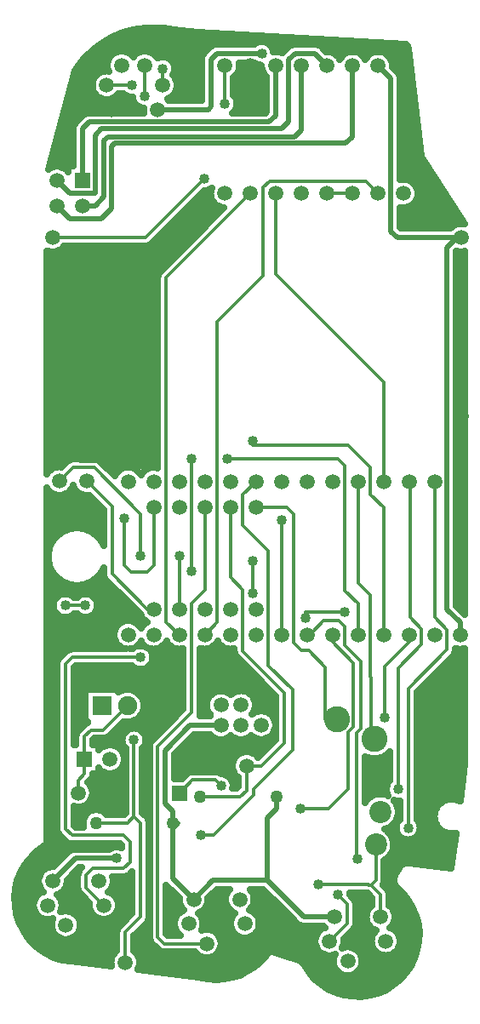
<source format=gbr>
G04 DipTrace 3.2.0.1*
G04 Bottom.gbr*
%MOIN*%
G04 #@! TF.FileFunction,Copper,L2,Bot*
G04 #@! TF.Part,Single*
%AMOUTLINE0*
4,1,4,
-0.025131,0.033349,
0.033349,0.025131,
0.025131,-0.033349,
-0.033349,-0.025131,
-0.025131,0.033349,
0*%
G04 #@! TA.AperFunction,Conductor*
%ADD13C,0.012992*%
%ADD14C,0.02*%
G04 #@! TA.AperFunction,CopperBalancing*
%ADD15C,0.025*%
G04 #@! TA.AperFunction,ComponentPad*
%ADD18C,0.059055*%
%ADD19R,0.052X0.079*%
%ADD20C,0.102362*%
%ADD21C,0.086614*%
%ADD22C,0.090551*%
%ADD23R,0.059055X0.059055*%
%ADD24C,0.059055*%
%ADD25R,0.074803X0.074803*%
%ADD26C,0.074803*%
%ADD27C,0.05*%
%ADD28C,0.05*%
G04 #@! TA.AperFunction,ViaPad*
%ADD29C,0.04*%
G04 #@! TA.AperFunction,ComponentPad*
%ADD67OUTLINE0*%
%FSLAX26Y26*%
G04*
G70*
G90*
G75*
G01*
G04 Bottom*
%LPD*%
X1081241Y1232000D2*
D13*
X1131268Y1282028D1*
X1221678D1*
X1243217Y1260488D1*
X1849241Y1029000D2*
Y891138D1*
X1829753Y871650D1*
X1868241Y833162D1*
Y746000D1*
X1829753Y871650D2*
X1819229D1*
Y872819D1*
X1623245D1*
X583270Y3406000D2*
X947394D1*
X1178186Y3636792D1*
X1258241Y3931083D2*
Y4079000D1*
X1242760Y1497260D2*
D14*
X1121501D1*
X1022749Y1398508D1*
Y1189669D1*
X1053241Y1159177D1*
Y1094512D1*
X1073729Y1115000D1*
X1054241D1*
X834225Y975504D2*
X672745D1*
X584241Y887000D1*
X2179241Y1851000D2*
Y1899000D1*
X2128256Y1949984D1*
Y3368016D1*
X2183270Y3423029D1*
Y3405937D1*
X1136241Y815000D2*
X1211705Y890465D1*
X1423753D1*
X1568217Y746000D1*
X1688241D1*
X1402449Y4128016D2*
X1227256D1*
X1204241Y4105000D1*
Y3919000D1*
X1193241Y3908000D1*
X995241D1*
X1423753Y890465D2*
Y1133744D1*
X1459241Y1169232D1*
Y1216000D1*
X1054241Y1115000D2*
Y897000D1*
X1136241Y815000D1*
X2183270Y3405937D2*
X1933242D1*
X1907256Y3431923D1*
Y4029984D1*
X1858241Y4079000D1*
X1658241Y3579000D2*
D13*
X1758241D1*
X1573241Y1917000D2*
Y1939504D1*
X1728256D1*
X1179241Y1851000D2*
X1228256Y1900016D1*
Y3076437D1*
X1407256Y3255437D1*
Y3602032D1*
X1433241Y3628016D1*
X1809225D1*
X1858241Y3579000D1*
X1976166Y1094736D2*
Y1640925D1*
X2128256Y1793016D1*
Y1871984D1*
X2079241Y1921000D1*
Y2451000D1*
X1699753Y833292D2*
X1737256Y795788D1*
Y720016D1*
X1668241Y651000D1*
X1936678Y1246099D2*
Y1720437D1*
X2028256Y1812016D1*
Y1874984D1*
X1983241Y1920000D1*
Y2451000D1*
X1979241D1*
X1164241Y1066268D2*
X1212508D1*
X1370241Y1224000D1*
Y1248469D1*
X1523241Y1401469D1*
Y1635516D1*
X1428256Y1730500D1*
Y2179488D1*
X1328256Y2279488D1*
Y2400016D1*
X1379241Y2451000D1*
X1479241Y2301988D2*
Y1851000D1*
X944241Y3958870D2*
Y4081000D1*
X1554241Y1171177D2*
X1664418D1*
X1741241Y1248000D1*
Y1471000D1*
X1762241Y1492000D1*
Y1742000D1*
X1675241Y1829000D1*
Y1847000D1*
X1679241Y1851000D1*
X1267745Y2539504D2*
X1702272D1*
X1728256Y2513520D1*
Y2024984D1*
X1779241Y1974000D1*
Y1851000D1*
X1128256Y2100512D2*
Y2539504D1*
X928256Y1762500D2*
X659241D1*
X633256Y1736516D1*
Y1091445D1*
X659241Y1065461D1*
X861232D1*
X887217Y1039477D1*
Y962000D1*
X861233Y936016D1*
X741209D1*
X715225Y910032D1*
Y861016D1*
X784241Y792000D1*
X1079241Y1851000D2*
X1028256Y1901984D1*
Y3249016D1*
X1358241Y3579000D1*
X1778729Y975036D2*
X1774241Y979524D1*
Y1468000D1*
X1789241Y1483000D1*
Y1748000D1*
X1726241Y1811000D1*
Y1883000D1*
X1703241Y1906000D1*
X1644241D1*
X1600241Y1862000D1*
Y1849000D1*
X1581241D1*
X1579241Y1851000D1*
X1015241Y4068000D2*
Y4039492D1*
Y4003000D1*
X633256Y1965488D2*
X712233D1*
X1366241Y2611000D2*
Y2593000D1*
X1742241D1*
X1828256Y2506984D1*
Y2401492D1*
X1879241Y2350508D1*
Y1851000D1*
X893729Y4003000D2*
X795241D1*
X1758241Y4079000D2*
D14*
Y3801772D1*
X1732256Y3775788D1*
X827209D1*
X814241Y3762819D1*
Y3519386D1*
X775241Y3480386D1*
X649855D1*
X600241Y3530000D1*
X1844312Y1443260D2*
D13*
X1830241D1*
Y1684486D1*
X1828256Y1686469D1*
Y2005984D1*
X1779241Y2055000D1*
Y2451000D1*
X1879241D2*
Y2841449D1*
X1458241Y3262449D1*
Y3579000D1*
X683603Y1232000D2*
Y1281016D1*
X708241Y1305654D1*
Y1364000D1*
Y1452504D1*
X734225Y1478488D1*
X781729D1*
X876241Y1573000D1*
X1367745Y2140000D2*
Y2013520D1*
X1187241Y642000D2*
X1021737D1*
X995753Y667984D1*
Y1413000D1*
X1128256Y1545504D1*
Y1974524D1*
X1179241Y2025508D1*
Y2351000D1*
X1658241Y4079000D2*
D14*
X1609182Y4128059D1*
X1533241D1*
X1507256Y4102075D1*
Y3858797D1*
X1481272Y3832811D1*
X775241D1*
X749256Y3806827D1*
Y3580815D1*
X649426D1*
X600241Y3630000D1*
X1558241Y4079000D2*
Y3827772D1*
X1532256Y3801788D1*
X801225D1*
X785241Y3785803D1*
Y3565984D1*
X749256Y3530000D1*
X700241D1*
X1458241Y4079000D2*
Y3884795D1*
X1432256Y3858811D1*
X726225D1*
X700241Y3832827D1*
Y3630000D1*
X1696674Y1522000D2*
D13*
X1652241D1*
Y1725000D1*
X1587241Y1790000D1*
X1557241D1*
X1528256Y1818984D1*
Y2325016D1*
X1502272Y2351000D1*
X1379241D1*
X902225Y1439000D2*
Y1140986D1*
X928209Y1115000D1*
Y746721D1*
X868100Y686612D1*
Y568051D1*
X864201Y2306740D2*
Y2122386D1*
X890186Y2096402D1*
X953256D1*
X979241Y2122386D1*
Y2351000D1*
X902225Y1140986D2*
X876239Y1115000D1*
X754241D1*
X717241Y2453000D2*
X816241Y2354000D1*
Y2090000D1*
X955241Y1951000D1*
X979241D1*
X1079241Y2161874D2*
Y1951000D1*
X928256Y2161874D2*
Y2324984D1*
X747241Y2506000D1*
X663241D1*
X610241Y2453000D1*
X1159241Y1216000D2*
X1317256D1*
X1343241Y1241984D1*
Y1338000D1*
X1401241D1*
X1491241Y1428000D1*
Y1624000D1*
X1328256Y1786984D1*
Y2028500D1*
X1279241Y2077516D1*
Y2351000D1*
X1883800Y1527433D2*
Y1728559D1*
X1979241Y1824000D1*
Y1851000D1*
D29*
X1573241Y1917000D3*
X1243217Y1260488D3*
X1623245Y872819D3*
X1178186Y3636792D3*
X1258241Y3931083D3*
X834225Y975504D3*
X1402449Y4128016D3*
X1728256Y1939504D3*
X1976166Y1094736D3*
X1699753Y833292D3*
X1936678Y1246099D3*
X1164241Y1066268D3*
X1479241Y2301988D3*
X944241Y3958870D3*
X1554241Y1171177D3*
X1267745Y2539504D3*
X1128256D3*
Y2100512D3*
X928256Y1762500D3*
X1778729Y975036D3*
X1015241Y4068000D3*
X712233Y1965488D3*
X633256D3*
X1366241Y2611000D3*
X893729Y4003000D3*
X1367745Y2013520D3*
Y2140000D3*
X902225Y1439000D3*
X864201Y2306740D3*
X1079241Y2161874D3*
X928256D3*
X1883800Y1527433D3*
X2079241Y3497000D3*
X1357241Y3995000D3*
X1161241Y3974000D3*
X2185241Y3315000D3*
X643241Y3210000D3*
X764241Y3367000D3*
X1081241Y1351000D3*
X1024241Y1522000D3*
X849915Y4203734D2*
D15*
X1252559D1*
X797631Y4178865D2*
X1688014D1*
X759594Y4153996D2*
X1199127D1*
X1443511D2*
X1505076D1*
X1637357D2*
X1972216D1*
X729846Y4129127D2*
X823061D1*
X885440D2*
X913059D1*
X975438D2*
X1174367D1*
X1685765D2*
X1730716D1*
X1785774D2*
X1830725D1*
X1885783D2*
X1976271D1*
X705301Y4104258D2*
X800777D1*
X1046847D2*
X1165253D1*
X1910759D2*
X1979178D1*
X684740Y4079390D2*
X795753D1*
X1062816D2*
X1165253D1*
X1316768D2*
X1399720D1*
X1916752D2*
X1982085D1*
X670135Y4054521D2*
X770742D1*
X1062241D2*
X1165253D1*
X1311134D2*
X1405354D1*
X1936775D2*
X1984991D1*
X663460Y4029652D2*
X743470D1*
X1067014D2*
X1165253D1*
X1293730D2*
X1419241D1*
X1946248D2*
X1987898D1*
X656822Y4004783D2*
X736724D1*
X1073724D2*
X1165253D1*
X1293730D2*
X1419241D1*
X1946248D2*
X1990804D1*
X650183Y3979915D2*
X741676D1*
X1068808D2*
X1165253D1*
X1293730D2*
X1419241D1*
X1946248D2*
X1993711D1*
X643545Y3955046D2*
X763781D1*
X826698D2*
X895404D1*
X1046704D2*
X1165253D1*
X1300584D2*
X1419241D1*
X1946248D2*
X1996618D1*
X636870Y3930177D2*
X905164D1*
X1307223D2*
X1419241D1*
X1946248D2*
X1999524D1*
X630232Y3905308D2*
X936778D1*
X1299436D2*
X1419241D1*
X1946248D2*
X2002431D1*
X623593Y3880440D2*
X693735D1*
X1946248D2*
X2005337D1*
X616955Y3855571D2*
X669190D1*
X1946248D2*
X2008244D1*
X610280Y3830702D2*
X661224D1*
X1946248D2*
X2011151D1*
X603641Y3805833D2*
X661224D1*
X1946248D2*
X2014057D1*
X597003Y3780965D2*
X661224D1*
X1946248D2*
X2016964D1*
X590364Y3756096D2*
X661224D1*
X1946248D2*
X2019835D1*
X583690Y3731227D2*
X661224D1*
X1946248D2*
X2022741D1*
X577051Y3706358D2*
X661224D1*
X1946248D2*
X2034942D1*
X624813Y3681489D2*
X641703D1*
X1946248D2*
X2050982D1*
X1946248Y3656621D2*
X2066987D1*
X1979621Y3631752D2*
X2083027D1*
X2009333Y3606883D2*
X2099067D1*
X1172585Y3582014D2*
X1199809D1*
X2016689D2*
X2115071D1*
X1147718Y3557146D2*
X1204151D1*
X2012347D2*
X2131112D1*
X1122850Y3532277D2*
X1224821D1*
X1991678D2*
X2147152D1*
X1097982Y3507408D2*
X1237488D1*
X1946248D2*
X2163156D1*
X1073114Y3482539D2*
X1212620D1*
X1946248D2*
X2179196D1*
X1048211Y3457671D2*
X1187752D1*
X1946248D2*
X2159245D1*
X1023343Y3432802D2*
X1162884D1*
X998475Y3407933D2*
X1138017D1*
X973607Y3383064D2*
X1113149D1*
X614981Y3358195D2*
X1088281D1*
X563236Y3333327D2*
X1063413D1*
X2167259D2*
X2196241D1*
X563236Y3308458D2*
X1038546D1*
X2167259D2*
X2196241D1*
X563236Y3283589D2*
X1013678D1*
X2167259D2*
X2196241D1*
X563236Y3258720D2*
X994229D1*
X2167259D2*
X2196241D1*
X563236Y3233852D2*
X992757D1*
X2167259D2*
X2196241D1*
X563236Y3208983D2*
X992757D1*
X2167259D2*
X2196241D1*
X563236Y3184114D2*
X992757D1*
X2167259D2*
X2196241D1*
X563236Y3159245D2*
X992757D1*
X2167259D2*
X2196241D1*
X563236Y3134377D2*
X992757D1*
X2167259D2*
X2196241D1*
X563236Y3109508D2*
X992757D1*
X2167259D2*
X2196241D1*
X563236Y3084639D2*
X992757D1*
X2167259D2*
X2196241D1*
X563236Y3059770D2*
X992757D1*
X2167259D2*
X2196241D1*
X563236Y3034902D2*
X992757D1*
X2167259D2*
X2196241D1*
X563236Y3010033D2*
X992757D1*
X2167259D2*
X2196241D1*
X563236Y2985164D2*
X992757D1*
X2167259D2*
X2196241D1*
X563236Y2960295D2*
X992757D1*
X2167259D2*
X2196241D1*
X563236Y2935426D2*
X992757D1*
X2167259D2*
X2196241D1*
X563236Y2910558D2*
X992757D1*
X2167259D2*
X2196241D1*
X563236Y2885689D2*
X992757D1*
X2167259D2*
X2196241D1*
X563236Y2860820D2*
X992757D1*
X2167259D2*
X2196241D1*
X563236Y2835951D2*
X992757D1*
X2167259D2*
X2196241D1*
X563236Y2811083D2*
X992757D1*
X2167259D2*
X2196241D1*
X563236Y2786214D2*
X992757D1*
X2167259D2*
X2196241D1*
X563236Y2761345D2*
X992757D1*
X2167259D2*
X2196241D1*
X563236Y2736476D2*
X992757D1*
X2167259D2*
X2196241D1*
X563236Y2711608D2*
X992757D1*
X2167259D2*
X2196241D1*
X563236Y2686739D2*
X992757D1*
X2167259D2*
X2196241D1*
X563236Y2661870D2*
X992757D1*
X2167259D2*
X2196241D1*
X563236Y2637001D2*
X992757D1*
X2167259D2*
X2196241D1*
X563236Y2612132D2*
X992757D1*
X2167259D2*
X2196241D1*
X563236Y2587264D2*
X992757D1*
X2167259D2*
X2196241D1*
X563236Y2562395D2*
X992757D1*
X2167259D2*
X2196241D1*
X563236Y2537526D2*
X650997D1*
X759487D2*
X992757D1*
X2167259D2*
X2196241D1*
X563236Y2512657D2*
X620746D1*
X789737D2*
X992757D1*
X2167259D2*
X2196241D1*
X814605Y2487789D2*
X834472D1*
X2167259D2*
X2196241D1*
X2167259Y2462920D2*
X2196241D1*
X2167259Y2438051D2*
X2196241D1*
X652157Y2413182D2*
X675326D1*
X2167259D2*
X2196241D1*
X563236Y2388314D2*
X732777D1*
X2167259D2*
X2196241D1*
X563236Y2363445D2*
X757644D1*
X2167259D2*
X2196241D1*
X563236Y2338576D2*
X780754D1*
X2167259D2*
X2196241D1*
X563236Y2313707D2*
X780754D1*
X2167259D2*
X2196241D1*
X563236Y2288839D2*
X780754D1*
X2167259D2*
X2196241D1*
X563236Y2263970D2*
X641487D1*
X717000D2*
X780754D1*
X2167259D2*
X2196241D1*
X563236Y2239101D2*
X599646D1*
X758841D2*
X780754D1*
X2167259D2*
X2196241D1*
X563236Y2214232D2*
X579731D1*
X2167259D2*
X2196241D1*
X2167259Y2189363D2*
X2196241D1*
X2167259Y2164495D2*
X2196241D1*
X2167259Y2139626D2*
X2196241D1*
X2167259Y2114757D2*
X2196241D1*
X563236Y2089888D2*
X586297D1*
X2167259D2*
X2196241D1*
X563236Y2065020D2*
X611739D1*
X746748D2*
X792057D1*
X2167259D2*
X2196241D1*
X563236Y2040151D2*
X816925D1*
X2167259D2*
X2196241D1*
X563236Y2015282D2*
X841793D1*
X2167259D2*
X2196241D1*
X563236Y1990413D2*
X591501D1*
X753996D2*
X866660D1*
X2167259D2*
X2196241D1*
X563236Y1965545D2*
X584252D1*
X761245D2*
X891528D1*
X2167259D2*
X2196241D1*
X563236Y1940676D2*
X591429D1*
X754068D2*
X916396D1*
X563236Y1915807D2*
X933154D1*
X563236Y1890938D2*
X837451D1*
X921037D2*
X937460D1*
X563236Y1866069D2*
X822774D1*
X563236Y1841201D2*
X821590D1*
X563236Y1816332D2*
X832714D1*
X563236Y1791463D2*
X640949D1*
X967148D2*
X1092767D1*
X1163758D2*
X1292749D1*
X2163706D2*
X2196241D1*
X563236Y1766594D2*
X614179D1*
X977088D2*
X1092767D1*
X1163758D2*
X1299818D1*
X2151003D2*
X2196241D1*
X563236Y1741726D2*
X598175D1*
X972351D2*
X1092767D1*
X1163758D2*
X1324363D1*
X2126136D2*
X2196241D1*
X563236Y1716857D2*
X597744D1*
X668735D2*
X916862D1*
X939625D2*
X1092767D1*
X1163758D2*
X1349231D1*
X2101268D2*
X2196241D1*
X563236Y1691988D2*
X597744D1*
X668735D2*
X1092767D1*
X1163758D2*
X1374099D1*
X2076400D2*
X2196241D1*
X563236Y1667119D2*
X597744D1*
X668735D2*
X1092767D1*
X1163758D2*
X1398966D1*
X2051533D2*
X2196241D1*
X563236Y1642251D2*
X597744D1*
X668735D2*
X1092767D1*
X1163758D2*
X1423834D1*
X2026665D2*
X2196241D1*
X563236Y1617382D2*
X597744D1*
X668735D2*
X709847D1*
X924733D2*
X1092767D1*
X1163758D2*
X1202501D1*
X1361767D2*
X1448702D1*
X2011665D2*
X2196241D1*
X563236Y1592513D2*
X597744D1*
X668735D2*
X709847D1*
X939589D2*
X1092767D1*
X1163758D2*
X1186712D1*
X1377556D2*
X1455735D1*
X2011665D2*
X2196241D1*
X563236Y1567644D2*
X597744D1*
X668735D2*
X709847D1*
X942424D2*
X1092767D1*
X1163758D2*
X1184846D1*
X1379386D2*
X1455735D1*
X2011665D2*
X2196241D1*
X563236Y1542776D2*
X597744D1*
X668735D2*
X709847D1*
X935032D2*
X1076368D1*
X1163650D2*
X1195144D1*
X1435401D2*
X1455735D1*
X2011665D2*
X2196241D1*
X563236Y1517907D2*
X597744D1*
X668735D2*
X709847D1*
X911133D2*
X1051500D1*
X2011665D2*
X2196241D1*
X563236Y1493038D2*
X597744D1*
X668735D2*
X699620D1*
X845429D2*
X1026632D1*
X2011665D2*
X2196241D1*
X563236Y1468169D2*
X597744D1*
X820561D2*
X863503D1*
X940953D2*
X1001764D1*
X2011665D2*
X2196241D1*
X563236Y1443300D2*
X597744D1*
X748183D2*
X853419D1*
X951036D2*
X976897D1*
X1121666D2*
X1225179D1*
X1260358D2*
X1303909D1*
X1339088D2*
X1382675D1*
X1417818D2*
X1455735D1*
X2011665D2*
X2196241D1*
X563236Y1418432D2*
X597744D1*
X766771D2*
X792452D1*
X824006D2*
X858012D1*
X946443D2*
X960713D1*
X1096798D2*
X1432518D1*
X2011665D2*
X2196241D1*
X563236Y1393563D2*
X597744D1*
X937723D2*
X960246D1*
X1071930D2*
X1333550D1*
X1352959D2*
X1407650D1*
X2011665D2*
X2196241D1*
X563236Y1368694D2*
X597744D1*
X937723D2*
X960246D1*
X1061739D2*
X1293862D1*
X1868595D2*
X1901166D1*
X2011665D2*
X2196241D1*
X563236Y1343825D2*
X597744D1*
X937723D2*
X960246D1*
X1061739D2*
X1285034D1*
X1809745D2*
X1901166D1*
X2011665D2*
X2196241D1*
X563236Y1318957D2*
X597744D1*
X844066D2*
X866732D1*
X937723D2*
X960246D1*
X1061739D2*
X1288048D1*
X1809745D2*
X1901166D1*
X2011665D2*
X2192940D1*
X563236Y1294088D2*
X597744D1*
X741652D2*
X866732D1*
X937723D2*
X960246D1*
X1061739D2*
X1094166D1*
X1277869D2*
X1305955D1*
X1809745D2*
X1901166D1*
X2011665D2*
X2189639D1*
X563236Y1269219D2*
X597744D1*
X727980D2*
X866732D1*
X937723D2*
X960246D1*
X1291398D2*
X1307749D1*
X1809745D2*
X1893845D1*
X2011665D2*
X2186301D1*
X563236Y1244350D2*
X597744D1*
X740755D2*
X866732D1*
X937723D2*
X960246D1*
X1809745D2*
X1887709D1*
X2011665D2*
X2183000D1*
X563236Y1219482D2*
X597744D1*
X740719D2*
X866732D1*
X937723D2*
X960246D1*
X1809745D2*
X1831443D1*
X2011665D2*
X2179663D1*
X563236Y1194613D2*
X597744D1*
X727837D2*
X866732D1*
X937723D2*
X960246D1*
X2011665D2*
X2103552D1*
X563236Y1169744D2*
X597744D1*
X668735D2*
X866732D1*
X937723D2*
X960246D1*
X2011665D2*
X2082811D1*
X563236Y1144875D2*
X597744D1*
X668735D2*
X709775D1*
X947484D2*
X960246D1*
X2011665D2*
X2076137D1*
X563236Y1120007D2*
X597744D1*
X668735D2*
X700481D1*
X2017694D2*
X2078972D1*
X563236Y1095138D2*
X597744D1*
X1899886D2*
X1927182D1*
X2025158D2*
X2092967D1*
X563236Y1070269D2*
X605459D1*
X1908032D2*
X1934107D1*
X2018196D2*
X2159783D1*
X563236Y1045400D2*
X630148D1*
X1919586D2*
X2156482D1*
X546980Y1020531D2*
X820119D1*
X1921022D2*
X2153144D1*
X515941Y995663D2*
X638796D1*
X1913055D2*
X2149843D1*
X492616Y970794D2*
X613928D1*
X1890269D2*
X2146506D1*
X474638Y945925D2*
X589060D1*
X1884743D2*
X1943509D1*
X2075431D2*
X2143205D1*
X460894Y921056D2*
X537244D1*
X1884743D2*
X1928115D1*
X451026Y896188D2*
X526478D1*
X647564D2*
X679740D1*
X821997D2*
X892712D1*
X1884743D2*
X1917708D1*
X443993Y871319D2*
X527950D1*
X640530D2*
X679740D1*
X820526D2*
X892712D1*
X1879253D2*
X1922373D1*
X439471Y846450D2*
X543093D1*
X625387D2*
X683113D1*
X805418D2*
X892712D1*
X1031237D2*
X1050675D1*
X1221818D2*
X1267379D1*
X1365104D2*
X1413643D1*
X1900927D2*
X1945483D1*
X437282Y821581D2*
X514170D1*
X614335D2*
X705505D1*
X834305D2*
X892712D1*
X1031237D2*
X1075542D1*
X1196951D2*
X1258085D1*
X1374398D2*
X1438511D1*
X1760619D2*
X1830653D1*
X1903726D2*
X1967300D1*
X438179Y796713D2*
X505917D1*
X622552D2*
X725923D1*
X842558D2*
X892712D1*
X1031237D2*
X1080781D1*
X1191712D2*
X1260776D1*
X1371707D2*
X1463379D1*
X1772748D2*
X1832735D1*
X1903726D2*
X1983915D1*
X441660Y771844D2*
X509469D1*
X619000D2*
X729475D1*
X839006D2*
X892712D1*
X1031237D2*
X1092480D1*
X1174487D2*
X1278001D1*
X1359972D2*
X1488246D1*
X1772748D2*
X1816013D1*
X1920448D2*
X1996653D1*
X447509Y746975D2*
X528380D1*
X683053D2*
X748386D1*
X820095D2*
X879292D1*
X1031237D2*
X1064634D1*
X1167849D2*
X1284639D1*
X1387854D2*
X1513114D1*
X1772748D2*
X1809733D1*
X1926763D2*
X2006235D1*
X456050Y722106D2*
X577290D1*
X693173D2*
X854424D1*
X1031237D2*
X1057744D1*
X1174738D2*
X1277750D1*
X1394744D2*
X1537982D1*
X1772748D2*
X1815080D1*
X1921416D2*
X2012299D1*
X467820Y697237D2*
X579264D1*
X691199D2*
X834365D1*
X927891D2*
X960246D1*
X1031237D2*
X1062552D1*
X1199104D2*
X1282558D1*
X1389936D2*
X1634116D1*
X1763634D2*
X1838153D1*
X1922385D2*
X2015600D1*
X483824Y672369D2*
X595232D1*
X675230D2*
X832606D1*
X903597D2*
X960246D1*
X1236818D2*
X1304232D1*
X1368226D2*
X1613949D1*
X1738766D2*
X1833955D1*
X1942516D2*
X2016641D1*
X504493Y647500D2*
X832606D1*
X903597D2*
X967387D1*
X1245502D2*
X1609822D1*
X1726673D2*
X1829828D1*
X1946643D2*
X2015421D1*
X531586Y622631D2*
X832606D1*
X903597D2*
X991932D1*
X1242308D2*
X1617429D1*
X1767724D2*
X1837435D1*
X1939071D2*
X2010864D1*
X571525Y597762D2*
X818109D1*
X918095D2*
X1150361D1*
X1224115D2*
X1421071D1*
X1487971D2*
X1648290D1*
X1791982D2*
X1868296D1*
X1908211D2*
X2003615D1*
X651296Y572894D2*
X809784D1*
X926420D2*
X1397711D1*
X1560816D2*
X1680729D1*
X1797760D2*
X1993532D1*
X922939Y548025D2*
X1368034D1*
X1577179D2*
X1686578D1*
X1791910D2*
X1980147D1*
X1051763Y523156D2*
X1323717D1*
X1594978D2*
X1711159D1*
X1767330D2*
X1962492D1*
X1618518Y498287D2*
X1938988D1*
X1650957Y473419D2*
X1906297D1*
X1701303Y448550D2*
X1856705D1*
X840515Y3970001D2*
X834858Y3963383D1*
X828173Y3957673D1*
X820677Y3953079D1*
X812554Y3949715D1*
X804005Y3947662D1*
X795241Y3946973D1*
X786476Y3947662D1*
X777927Y3949715D1*
X769805Y3953079D1*
X762309Y3957673D1*
X755623Y3963383D1*
X749913Y3970068D1*
X745320Y3977564D1*
X741955Y3985687D1*
X739903Y3994236D1*
X739213Y4003000D1*
X739903Y4011765D1*
X741955Y4020314D1*
X745320Y4028436D1*
X749913Y4035932D1*
X755623Y4042618D1*
X762309Y4048327D1*
X769805Y4052921D1*
X777927Y4056286D1*
X786476Y4058338D1*
X795241Y4059028D1*
X802930Y4058465D1*
X800955Y4063687D1*
X798903Y4072236D1*
X798213Y4081000D1*
X798903Y4089765D1*
X800955Y4098314D1*
X804320Y4106436D1*
X808913Y4113932D1*
X814623Y4120618D1*
X821309Y4126327D1*
X828805Y4130921D1*
X836927Y4134286D1*
X845476Y4136338D1*
X854241Y4137028D1*
X863005Y4136338D1*
X871554Y4134286D1*
X879677Y4130921D1*
X887173Y4126327D1*
X893858Y4120618D1*
X899238Y4114351D1*
X904623Y4120618D1*
X911309Y4126327D1*
X918805Y4130921D1*
X926927Y4134286D1*
X935476Y4136338D1*
X944241Y4137028D1*
X953005Y4136338D1*
X961554Y4134286D1*
X969677Y4130921D1*
X977173Y4126327D1*
X983858Y4120618D1*
X989568Y4113932D1*
X992860Y4108760D1*
X997446Y4110961D1*
X1004386Y4113215D1*
X1011592Y4114357D1*
X1018889D1*
X1026096Y4113215D1*
X1033036Y4110961D1*
X1039537Y4107648D1*
X1045440Y4103359D1*
X1050600Y4098200D1*
X1054889Y4092296D1*
X1058201Y4085795D1*
X1060456Y4078855D1*
X1061597Y4071649D1*
Y4064352D1*
X1060456Y4057145D1*
X1058201Y4050205D1*
X1054437Y4043028D1*
X1060568Y4035932D1*
X1065162Y4028436D1*
X1068526Y4020314D1*
X1070579Y4011765D1*
X1071268Y4003000D1*
X1070579Y3994236D1*
X1068526Y3985687D1*
X1065162Y3977564D1*
X1060568Y3970068D1*
X1054858Y3963383D1*
X1048173Y3957673D1*
X1040677Y3953079D1*
X1032603Y3949733D1*
X1037739Y3944501D1*
X1167736Y3944500D1*
X1167853Y4107864D1*
X1168749Y4113521D1*
X1170519Y4118968D1*
X1173119Y4124071D1*
X1176486Y4128705D1*
X1201447Y4153825D1*
X1205802Y4157545D1*
X1210686Y4160538D1*
X1215977Y4162730D1*
X1221547Y4164067D1*
X1227268Y4164516D1*
X1373628D1*
X1378153Y4167664D1*
X1384655Y4170976D1*
X1391594Y4173231D1*
X1398801Y4174373D1*
X1406098D1*
X1413305Y4173231D1*
X1420244Y4170976D1*
X1426746Y4167664D1*
X1432649Y4163375D1*
X1437808Y4158215D1*
X1442097Y4152312D1*
X1445410Y4145811D1*
X1447665Y4138871D1*
X1448509Y4134171D1*
X1453845Y4134855D1*
X1462637D1*
X1471320Y4133480D1*
X1479682Y4130763D1*
X1482850Y4129302D1*
X1509536Y4155814D1*
X1514170Y4159181D1*
X1519273Y4161781D1*
X1524720Y4163551D1*
X1530377Y4164447D1*
X1579173Y4164559D1*
X1612045Y4164447D1*
X1617702Y4163551D1*
X1623150Y4161781D1*
X1628253Y4159181D1*
X1632887Y4155814D1*
X1653996Y4134864D1*
X1662637Y4134855D1*
X1671320Y4133480D1*
X1679682Y4130763D1*
X1687515Y4126772D1*
X1694628Y4121604D1*
X1700844Y4115387D1*
X1706012Y4108274D1*
X1708320Y4104436D1*
X1712913Y4111932D1*
X1718623Y4118618D1*
X1725309Y4124327D1*
X1732805Y4128921D1*
X1740927Y4132286D1*
X1749476Y4134338D1*
X1758241Y4135028D1*
X1767005Y4134338D1*
X1775554Y4132286D1*
X1783677Y4128921D1*
X1791173Y4124327D1*
X1797858Y4118618D1*
X1803568Y4111932D1*
X1808241Y4104264D1*
X1812913Y4111932D1*
X1818623Y4118618D1*
X1825309Y4124327D1*
X1832805Y4128921D1*
X1840927Y4132286D1*
X1849476Y4134338D1*
X1858241Y4135028D1*
X1867005Y4134338D1*
X1875554Y4132286D1*
X1883677Y4128921D1*
X1891173Y4124327D1*
X1897858Y4118618D1*
X1903568Y4111932D1*
X1908162Y4104436D1*
X1911526Y4096314D1*
X1913579Y4087765D1*
X1914268Y4079000D1*
X1914102Y4074759D1*
X1935011Y4053689D1*
X1938378Y4049056D1*
X1940978Y4043952D1*
X1942748Y4038505D1*
X1943644Y4032848D1*
X1943757Y3984053D1*
Y3633141D1*
X1949476Y3634338D1*
X1958241Y3635028D1*
X1967005Y3634338D1*
X1975554Y3632286D1*
X1983677Y3628921D1*
X1991173Y3624327D1*
X1997858Y3618618D1*
X2003568Y3611932D1*
X2008162Y3604436D1*
X2011526Y3596314D1*
X2013579Y3587765D1*
X2014268Y3579000D1*
X2013579Y3570236D1*
X2011526Y3561687D1*
X2008162Y3553564D1*
X2003568Y3546068D1*
X1997858Y3539383D1*
X1991173Y3533673D1*
X1983677Y3529079D1*
X1975554Y3525715D1*
X1967005Y3523662D1*
X1958241Y3522973D1*
X1949476Y3523662D1*
X1943756Y3524917D1*
X1943757Y3447046D1*
X1948366Y3442432D1*
X2140760Y3442437D1*
X2146883Y3448541D1*
X2153995Y3453709D1*
X2161829Y3457700D1*
X2170190Y3460417D1*
X2178874Y3461792D1*
X2187665D1*
X2195894Y3460507D1*
X2026747Y3723252D1*
X2025885Y3726065D1*
X1976621Y4146552D1*
X1975530Y4151740D1*
X1973908Y4155482D1*
X1971619Y4158857D1*
X1968742Y4161747D1*
X1967052Y4163072D1*
X1151294Y4209683D1*
X1057962Y4220842D1*
X1021152Y4226500D1*
X986757Y4228589D1*
X952289Y4227509D1*
X918066Y4223266D1*
X884378Y4215895D1*
X851510Y4205459D1*
X819741Y4192046D1*
X789339Y4175770D1*
X760561Y4156768D1*
X733652Y4135202D1*
X708840Y4111254D1*
X686333Y4085126D1*
X669481Y4061474D1*
X566005Y3674374D1*
X570966Y3677772D1*
X578800Y3681763D1*
X587161Y3684480D1*
X595845Y3685855D1*
X604637D1*
X613320Y3684480D1*
X621682Y3681763D1*
X629515Y3677772D1*
X636628Y3672604D1*
X642844Y3666387D1*
X644217Y3664646D1*
X644213Y3686028D1*
X663770D1*
X663853Y3835691D1*
X664749Y3841348D1*
X666519Y3846795D1*
X669119Y3851898D1*
X672486Y3856532D1*
X700415Y3884621D1*
X704771Y3888340D1*
X709654Y3891333D1*
X714946Y3893525D1*
X720515Y3894862D1*
X726225Y3895311D1*
X940705D1*
X939386Y3903604D1*
X939412Y3912618D1*
X933386Y3913655D1*
X926446Y3915910D1*
X919945Y3919222D1*
X914041Y3923511D1*
X908882Y3928671D1*
X904593Y3934574D1*
X901280Y3941075D1*
X899026Y3948015D1*
X897884Y3955222D1*
X897826Y3956690D1*
X890081Y3956644D1*
X882874Y3957785D1*
X875934Y3960040D1*
X869433Y3963352D1*
X863530Y3967641D1*
X860964Y3970013D1*
X840513Y3970004D1*
X1903691Y1393203D2*
X1899240Y1388331D1*
X1894761Y1384191D1*
X1889971Y1380415D1*
X1884900Y1377026D1*
X1879578Y1374046D1*
X1874039Y1371492D1*
X1868316Y1369381D1*
X1862446Y1367725D1*
X1856464Y1366535D1*
X1850406Y1365818D1*
X1844312Y1365579D1*
X1838217Y1365818D1*
X1832160Y1366535D1*
X1826177Y1367725D1*
X1820307Y1369381D1*
X1814584Y1371492D1*
X1807237Y1375058D1*
Y1194599D1*
X1813463Y1203100D1*
X1821209Y1210846D1*
X1830071Y1217284D1*
X1839831Y1222257D1*
X1850249Y1225642D1*
X1861068Y1227356D1*
X1872022D1*
X1882841Y1225642D1*
X1893259Y1222257D1*
X1898218Y1219971D1*
X1895246Y1224988D1*
X1892454Y1231729D1*
X1890750Y1238824D1*
X1890178Y1246099D1*
X1890750Y1253373D1*
X1892454Y1260468D1*
X1895246Y1267209D1*
X1899058Y1273431D1*
X1903691Y1278864D1*
X1903682Y1393188D1*
X1918833Y1023523D2*
X1917119Y1012704D1*
X1913734Y1002286D1*
X1908761Y992526D1*
X1902322Y983664D1*
X1894577Y975918D1*
X1885715Y969480D1*
X1882221Y967523D1*
X1882135Y888549D1*
X1881325Y883435D1*
X1879725Y878511D1*
X1877369Y873889D1*
X1879067Y868999D1*
X1893331Y854591D1*
X1896375Y850402D1*
X1898725Y845789D1*
X1900325Y840864D1*
X1901135Y835750D1*
X1901237Y791285D1*
X1907858Y785618D1*
X1913568Y778932D1*
X1918162Y771436D1*
X1921526Y763314D1*
X1923579Y754765D1*
X1924268Y746000D1*
X1923579Y737236D1*
X1921526Y728687D1*
X1918162Y720564D1*
X1913568Y713068D1*
X1907858Y706383D1*
X1905574Y704271D1*
X1913677Y700921D1*
X1921173Y696327D1*
X1927858Y690618D1*
X1933568Y683932D1*
X1938162Y676436D1*
X1941526Y668314D1*
X1943579Y659765D1*
X1944268Y651000D1*
X1943579Y642236D1*
X1941526Y633687D1*
X1938162Y625564D1*
X1933568Y618068D1*
X1927858Y611383D1*
X1921173Y605673D1*
X1913677Y601079D1*
X1905554Y597715D1*
X1897005Y595662D1*
X1888241Y594973D1*
X1879476Y595662D1*
X1870927Y597715D1*
X1862805Y601079D1*
X1855309Y605673D1*
X1848623Y611383D1*
X1842913Y618068D1*
X1838320Y625564D1*
X1834955Y633687D1*
X1832903Y642236D1*
X1832213Y651000D1*
X1832903Y659765D1*
X1834955Y668314D1*
X1838320Y676436D1*
X1842913Y683932D1*
X1848623Y690618D1*
X1850907Y692729D1*
X1842805Y696079D1*
X1835309Y700673D1*
X1828623Y706383D1*
X1822913Y713068D1*
X1818320Y720564D1*
X1814955Y728687D1*
X1812903Y737236D1*
X1812213Y746000D1*
X1812903Y754765D1*
X1814955Y763314D1*
X1818320Y771436D1*
X1822913Y778932D1*
X1828623Y785618D1*
X1835241Y791274D1*
X1835245Y819527D1*
X1815907Y838832D1*
X1810043Y839823D1*
X1745774D1*
X1746246Y833448D1*
X1762347Y817217D1*
X1765390Y813028D1*
X1767741Y808415D1*
X1769341Y803490D1*
X1770151Y798376D1*
X1770253Y731483D1*
X1770151Y717427D1*
X1769341Y712313D1*
X1767741Y707389D1*
X1765390Y702776D1*
X1762347Y698587D1*
X1723568Y659664D1*
X1724268Y651000D1*
X1723579Y642236D1*
X1721526Y633687D1*
X1718162Y625564D1*
X1717800Y624763D1*
X1726161Y627480D1*
X1734845Y628855D1*
X1743637D1*
X1752320Y627480D1*
X1760682Y624763D1*
X1768515Y620772D1*
X1775628Y615604D1*
X1781844Y609387D1*
X1787012Y602274D1*
X1791003Y594441D1*
X1793720Y586080D1*
X1795096Y577396D1*
Y568604D1*
X1793720Y559921D1*
X1791003Y551559D1*
X1787012Y543726D1*
X1781844Y536613D1*
X1775628Y530396D1*
X1768515Y525229D1*
X1760682Y521237D1*
X1752320Y518521D1*
X1743637Y517145D1*
X1734845D1*
X1726161Y518521D1*
X1717800Y521237D1*
X1709966Y525229D1*
X1702854Y530396D1*
X1696637Y536613D1*
X1691469Y543726D1*
X1687478Y551559D1*
X1684761Y559921D1*
X1683386Y568604D1*
Y577396D1*
X1684761Y586080D1*
X1687478Y594441D1*
X1689682Y599237D1*
X1681320Y596521D1*
X1672637Y595145D1*
X1663845D1*
X1655161Y596521D1*
X1646800Y599237D1*
X1638966Y603229D1*
X1631854Y608396D1*
X1625637Y614613D1*
X1620469Y621726D1*
X1616478Y629559D1*
X1613761Y637921D1*
X1612386Y646604D1*
Y655396D1*
X1613761Y664080D1*
X1616478Y672441D1*
X1620469Y680274D1*
X1625637Y687387D1*
X1631854Y693604D1*
X1638966Y698772D1*
X1646800Y702763D1*
X1650879Y704268D1*
X1645742Y709500D1*
X1565353Y709613D1*
X1559696Y710509D1*
X1554249Y712278D1*
X1549146Y714879D1*
X1544512Y718245D1*
X1509929Y752669D1*
X1408611Y853988D1*
X1356470Y853965D1*
X1361568Y847932D1*
X1366162Y840436D1*
X1369526Y832314D1*
X1371579Y823765D1*
X1372268Y815000D1*
X1371579Y806236D1*
X1369526Y797687D1*
X1366162Y789564D1*
X1361568Y782068D1*
X1355858Y775383D1*
X1353574Y773271D1*
X1361677Y769921D1*
X1369173Y765327D1*
X1375858Y759618D1*
X1381568Y752932D1*
X1386162Y745436D1*
X1389526Y737314D1*
X1391579Y728765D1*
X1392268Y720000D1*
X1391579Y711236D1*
X1389526Y702687D1*
X1386162Y694564D1*
X1381568Y687068D1*
X1375858Y680383D1*
X1369173Y674673D1*
X1361677Y670079D1*
X1353554Y666715D1*
X1345005Y664662D1*
X1336241Y663973D1*
X1327476Y664662D1*
X1318927Y666715D1*
X1310805Y670079D1*
X1303309Y674673D1*
X1296623Y680383D1*
X1290913Y687068D1*
X1286320Y694564D1*
X1282955Y702687D1*
X1280903Y711236D1*
X1280213Y720000D1*
X1280903Y728765D1*
X1282955Y737314D1*
X1286320Y745436D1*
X1290913Y752932D1*
X1296623Y759618D1*
X1298907Y761729D1*
X1290805Y765079D1*
X1283309Y769673D1*
X1276623Y775383D1*
X1270913Y782068D1*
X1266320Y789564D1*
X1262955Y797687D1*
X1260903Y806236D1*
X1260213Y815000D1*
X1260903Y823765D1*
X1262955Y832314D1*
X1266320Y840436D1*
X1270913Y847932D1*
X1276028Y853974D1*
X1226856Y853965D1*
X1192121Y819261D1*
X1192096Y810604D1*
X1190720Y801921D1*
X1188003Y793559D1*
X1184012Y785726D1*
X1178844Y778613D1*
X1172628Y772396D1*
X1165515Y767229D1*
X1157682Y763237D1*
X1153603Y761733D1*
X1158844Y756387D1*
X1164012Y749274D1*
X1168003Y741441D1*
X1170720Y733080D1*
X1172096Y724396D1*
Y715604D1*
X1170720Y706921D1*
X1168003Y698559D1*
X1165800Y693763D1*
X1174161Y696480D1*
X1182845Y697855D1*
X1191637D1*
X1200320Y696480D1*
X1208682Y693763D1*
X1216515Y689772D1*
X1223628Y684604D1*
X1229844Y678387D1*
X1235012Y671274D1*
X1239003Y663441D1*
X1241720Y655080D1*
X1243096Y646396D1*
Y637604D1*
X1241720Y628921D1*
X1239003Y620559D1*
X1235012Y612726D1*
X1229844Y605613D1*
X1223628Y599396D1*
X1216515Y594229D1*
X1208682Y590237D1*
X1200320Y587521D1*
X1191637Y586145D1*
X1182845D1*
X1174161Y587521D1*
X1165800Y590237D1*
X1157966Y594229D1*
X1150854Y599396D1*
X1144637Y605613D1*
X1141967Y609001D1*
X1019148Y609106D1*
X1014034Y609916D1*
X1009110Y611516D1*
X1004496Y613866D1*
X1000307Y616910D1*
X972421Y644653D1*
X969058Y648590D1*
X966353Y653004D1*
X964371Y657788D1*
X963163Y662823D1*
X962756Y667984D1*
X962858Y1415589D1*
X963668Y1420703D1*
X965268Y1425627D1*
X967619Y1430241D1*
X970662Y1434429D1*
X1017891Y1481802D1*
X1095256Y1559167D1*
X1095260Y1797303D1*
X1088005Y1795662D1*
X1079241Y1794973D1*
X1070476Y1795662D1*
X1061927Y1797715D1*
X1053805Y1801079D1*
X1046309Y1805673D1*
X1039623Y1811383D1*
X1033913Y1818068D1*
X1029241Y1825736D1*
X1024568Y1818068D1*
X1018858Y1811383D1*
X1012173Y1805673D1*
X1004677Y1801079D1*
X996554Y1797715D1*
X988005Y1795662D1*
X979241Y1794973D1*
X970476Y1795662D1*
X961927Y1797715D1*
X955038Y1800511D1*
X961137Y1795381D1*
X965876Y1789832D1*
X969688Y1783611D1*
X972481Y1776869D1*
X974184Y1769774D1*
X974756Y1762500D1*
X974184Y1755226D1*
X972481Y1748131D1*
X969688Y1741390D1*
X965876Y1735168D1*
X961137Y1729620D1*
X955589Y1724881D1*
X949367Y1721068D1*
X942626Y1718276D1*
X935531Y1716573D1*
X928256Y1716000D1*
X920982Y1716573D1*
X913887Y1718276D1*
X907146Y1721068D1*
X900924Y1724881D1*
X895491Y1729513D1*
X672941Y1729504D1*
X666257Y1722853D1*
X666253Y1420053D1*
X675215Y1420028D1*
X675346Y1455093D1*
X676156Y1460207D1*
X677756Y1465131D1*
X680107Y1469745D1*
X683150Y1473933D1*
X710893Y1501820D1*
X714830Y1505183D1*
X719245Y1507888D1*
X721607Y1508976D1*
X712339Y1509099D1*
Y1636902D1*
X840142D1*
Y1625742D1*
X847230Y1629937D1*
X856494Y1633774D1*
X866244Y1636115D1*
X876241Y1636902D1*
X886237Y1636115D1*
X895987Y1633774D1*
X905251Y1629937D1*
X913801Y1624698D1*
X921426Y1618185D1*
X927938Y1610561D1*
X933177Y1602011D1*
X937015Y1592747D1*
X939356Y1582997D1*
X940142Y1573000D1*
X939356Y1563004D1*
X937015Y1553254D1*
X933177Y1543989D1*
X927938Y1535440D1*
X921426Y1527815D1*
X913801Y1521303D1*
X905251Y1516063D1*
X895987Y1512226D1*
X886237Y1509885D1*
X876241Y1509099D1*
X866244Y1509885D1*
X860889Y1510987D1*
X803158Y1453398D1*
X798969Y1450355D1*
X794356Y1448004D1*
X789432Y1446404D1*
X784318Y1445594D1*
X747890Y1445492D1*
X741241Y1438841D1*
X741237Y1420029D1*
X764268Y1420028D1*
Y1398748D1*
X768623Y1403618D1*
X775309Y1409327D1*
X782805Y1413921D1*
X790927Y1417286D1*
X799476Y1419338D1*
X808241Y1420028D1*
X817005Y1419338D1*
X825554Y1417286D1*
X833677Y1413921D1*
X841173Y1409327D1*
X847858Y1403618D1*
X853568Y1396932D1*
X858162Y1389436D1*
X861526Y1381314D1*
X863579Y1372765D1*
X864268Y1364000D1*
X863579Y1355236D1*
X861526Y1346687D1*
X858162Y1338564D1*
X853568Y1331068D1*
X847858Y1324383D1*
X841173Y1318673D1*
X833677Y1314079D1*
X825554Y1310715D1*
X817005Y1308662D1*
X808241Y1307973D1*
X799476Y1308662D1*
X790927Y1310715D1*
X782805Y1314079D1*
X775309Y1318673D1*
X768623Y1324383D1*
X764265Y1329354D1*
X764268Y1307973D1*
X741267D1*
X740831Y1300492D1*
X739622Y1295457D1*
X737641Y1290674D1*
X734935Y1286259D1*
X731565Y1282315D1*
X722007Y1272756D1*
X726207Y1268387D1*
X731374Y1261274D1*
X735366Y1253441D1*
X738082Y1245080D1*
X739458Y1236396D1*
Y1227604D1*
X738082Y1218921D1*
X735366Y1210559D1*
X731374Y1202726D1*
X726207Y1195613D1*
X719990Y1189396D1*
X712877Y1184229D1*
X705044Y1180237D1*
X696682Y1177521D1*
X687999Y1176145D1*
X679207D1*
X670524Y1177521D1*
X666241Y1178733D1*
X666253Y1105134D1*
X672904Y1098461D1*
X705495Y1098457D1*
X704164Y1102978D1*
X702900Y1110960D1*
Y1119041D1*
X704164Y1127023D1*
X706661Y1134708D1*
X710330Y1141909D1*
X715080Y1148447D1*
X720794Y1154161D1*
X727332Y1158911D1*
X734533Y1162580D1*
X742218Y1165077D1*
X750200Y1166341D1*
X758281D1*
X766263Y1165077D1*
X773949Y1162580D1*
X781149Y1158911D1*
X787687Y1154161D1*
X793763Y1147988D1*
X862575Y1147996D1*
X869223Y1154647D1*
X869229Y1406206D1*
X864606Y1411668D1*
X860793Y1417890D1*
X858001Y1424631D1*
X856297Y1431726D1*
X855725Y1439000D1*
X856297Y1446274D1*
X858001Y1453369D1*
X860793Y1460111D1*
X864606Y1466332D1*
X869345Y1471881D1*
X874893Y1476619D1*
X881114Y1480432D1*
X887856Y1483224D1*
X894951Y1484928D1*
X902225Y1485500D1*
X909499Y1484928D1*
X916594Y1483224D1*
X923336Y1480432D1*
X929557Y1476619D1*
X935105Y1471881D1*
X939844Y1466332D1*
X943657Y1460111D1*
X946449Y1453369D1*
X948153Y1446274D1*
X948725Y1439000D1*
X948153Y1431726D1*
X946449Y1424631D1*
X943657Y1417890D1*
X939844Y1411668D1*
X935212Y1406235D1*
X935221Y1154618D1*
X953300Y1136429D1*
X956343Y1132241D1*
X958694Y1127627D1*
X960294Y1122703D1*
X961104Y1117589D1*
X961205Y1050696D1*
X961104Y744132D1*
X960294Y739018D1*
X958694Y734094D1*
X956343Y729480D1*
X953300Y725291D1*
X906071Y677919D1*
X901072Y672920D1*
X901096Y613300D1*
X907718Y607669D1*
X913428Y600984D1*
X918021Y593487D1*
X921386Y585365D1*
X923438Y576816D1*
X924128Y568051D1*
X923438Y559287D1*
X921386Y550738D1*
X918021Y542615D1*
X916317Y539572D1*
X1155182Y510073D1*
X1190883Y503135D1*
X1222784Y501007D1*
X1254686Y502909D1*
X1286095Y508810D1*
X1316512Y518615D1*
X1345455Y532168D1*
X1372462Y549255D1*
X1397105Y569603D1*
X1434549Y609213D1*
X1437067Y610727D1*
X1439869Y611612D1*
X1442800Y611818D1*
X1445702Y611332D1*
X1556280Y573424D1*
X1558699Y571755D1*
X1560663Y569565D1*
X1586157Y530394D1*
X1608335Y504953D1*
X1633865Y482843D1*
X1662234Y464517D1*
X1692885Y450335D1*
X1725217Y440575D1*
X1758596Y435429D1*
X1792366Y434997D1*
X1825866Y439289D1*
X1858437Y448219D1*
X1889441Y461613D1*
X1918269Y479207D1*
X1944356Y500657D1*
X1967189Y525542D1*
X1986322Y553373D1*
X2001377Y583605D1*
X2012061Y615644D1*
X2018163Y648861D1*
X2019564Y682605D1*
X2016236Y716214D1*
X2008244Y749028D1*
X1995746Y780404D1*
X1978986Y809725D1*
X1958294Y836416D1*
X1930720Y863430D1*
X1924224Y872479D1*
X1921745Y879638D1*
X1920185Y885017D1*
X1920135Y892594D1*
X1920384Y898189D1*
X1922768Y905381D1*
X1924801Y910603D1*
X1940350Y938510D1*
X1947266Y947286D1*
X1956265Y953755D1*
X1960351Y955412D1*
X1968594Y957951D1*
X1979677Y958235D1*
X2144444Y936459D1*
X2162830Y1074361D1*
X2156802Y1073128D1*
X2146204Y1072294D1*
X2135606Y1073128D1*
X2125268Y1075610D1*
X2115446Y1079678D1*
X2106382Y1085233D1*
X2098298Y1092137D1*
X2091394Y1100221D1*
X2085839Y1109286D1*
X2081771Y1119108D1*
X2079289Y1129445D1*
X2078455Y1140043D1*
X2079289Y1150642D1*
X2081771Y1160979D1*
X2085839Y1170801D1*
X2091394Y1179866D1*
X2098298Y1187950D1*
X2106382Y1194854D1*
X2115446Y1200409D1*
X2125268Y1204477D1*
X2135606Y1206959D1*
X2146204Y1207793D1*
X2156802Y1206959D1*
X2167140Y1204477D1*
X2176962Y1200409D1*
X2179445Y1199018D1*
X2198740Y1343685D1*
X2198741Y1798480D1*
X2192320Y1796521D1*
X2183637Y1795145D1*
X2174845D1*
X2166161Y1796521D1*
X2161266Y1797959D1*
X2161151Y1790427D1*
X2160341Y1785313D1*
X2158741Y1780389D1*
X2156390Y1775775D1*
X2153347Y1771587D1*
X2106118Y1724214D1*
X2009164Y1627260D1*
X2009162Y1127530D1*
X2013785Y1122068D1*
X2017598Y1115847D1*
X2020390Y1109106D1*
X2022093Y1102011D1*
X2022666Y1094736D1*
X2022093Y1087462D1*
X2020390Y1080367D1*
X2017598Y1073626D1*
X2013785Y1067404D1*
X2009046Y1061856D1*
X2003498Y1057117D1*
X1997276Y1053305D1*
X1990535Y1050512D1*
X1983440Y1048809D1*
X1976166Y1048236D1*
X1968892Y1048809D1*
X1961797Y1050512D1*
X1955055Y1053305D1*
X1948834Y1057117D1*
X1943285Y1061856D1*
X1938547Y1067404D1*
X1934734Y1073626D1*
X1931942Y1080367D1*
X1930238Y1087462D1*
X1929666Y1094736D1*
X1930238Y1102011D1*
X1931942Y1109106D1*
X1934734Y1115847D1*
X1938547Y1122068D1*
X1943179Y1127502D1*
X1943170Y1200056D1*
X1936678Y1199599D1*
X1929404Y1200171D1*
X1922308Y1201874D1*
X1919913Y1202758D1*
X1926066Y1194238D1*
X1931039Y1184478D1*
X1934424Y1174060D1*
X1936137Y1163241D1*
Y1152287D1*
X1934424Y1141468D1*
X1931039Y1131050D1*
X1926066Y1121290D1*
X1919627Y1112428D1*
X1911881Y1104682D1*
X1903019Y1098244D1*
X1893259Y1093271D1*
X1883192Y1089984D1*
X1890272Y1085475D1*
X1898602Y1078361D1*
X1905716Y1070032D1*
X1911439Y1060692D1*
X1915631Y1050572D1*
X1918188Y1039920D1*
X1919048Y1029000D1*
X1918833Y1023523D1*
X628544Y3373001D2*
X622887Y3366383D1*
X616202Y3360673D1*
X608706Y3356079D1*
X600583Y3352715D1*
X592034Y3350662D1*
X583270Y3349973D1*
X574505Y3350662D1*
X565956Y3352715D1*
X560752Y3354734D1*
X560741Y2479214D1*
X564913Y2485932D1*
X570623Y2492618D1*
X577309Y2498327D1*
X584805Y2502921D1*
X592927Y2506286D1*
X601476Y2508338D1*
X610241Y2509028D1*
X618920Y2508348D1*
X641811Y2531091D1*
X646000Y2534134D1*
X650614Y2536485D1*
X655538Y2538085D1*
X660652Y2538895D1*
X727545Y2538996D1*
X749830Y2538895D1*
X754944Y2538085D1*
X759868Y2536485D1*
X764481Y2534134D1*
X768670Y2531091D1*
X816043Y2483862D1*
X827478Y2472441D1*
X831469Y2480274D1*
X836637Y2487387D1*
X842854Y2493604D1*
X849966Y2498772D1*
X857800Y2502763D1*
X866161Y2505480D1*
X874845Y2506855D1*
X883637D1*
X892320Y2505480D1*
X900682Y2502763D1*
X908515Y2498772D1*
X915628Y2493604D1*
X921844Y2487387D1*
X927012Y2480274D1*
X929320Y2476436D1*
X933913Y2483932D1*
X939623Y2490618D1*
X946309Y2496327D1*
X953805Y2500921D1*
X961927Y2504286D1*
X970476Y2506338D1*
X979241Y2507028D1*
X988005Y2506338D1*
X995248Y2504654D1*
X995362Y3251605D1*
X996172Y3256719D1*
X997772Y3261643D1*
X1000123Y3266256D1*
X1003166Y3270445D1*
X1050395Y3317818D1*
X1255594Y3523017D1*
X1249476Y3523662D1*
X1240927Y3525715D1*
X1232805Y3529079D1*
X1225309Y3533673D1*
X1218623Y3539383D1*
X1212913Y3546068D1*
X1208320Y3553564D1*
X1204955Y3561687D1*
X1202903Y3570236D1*
X1202213Y3579000D1*
X1202903Y3587765D1*
X1204955Y3596314D1*
X1206198Y3599683D1*
X1199296Y3595360D1*
X1192555Y3592567D1*
X1185460Y3590864D1*
X1178342Y3590298D1*
X968824Y3380910D1*
X964635Y3377866D1*
X960021Y3375516D1*
X955097Y3373916D1*
X949983Y3373106D1*
X883090Y3373004D1*
X628563D1*
X2198747Y3352134D2*
X2192034Y3350599D1*
X2183270Y3349910D1*
X2174505Y3350599D1*
X2165956Y3352652D1*
X2164908Y3353038D1*
X2164757Y3322084D1*
Y1965124D1*
X2198749Y1931110D1*
X2198741Y3352108D1*
X1295248Y1797346D2*
X1288005Y1795662D1*
X1279241Y1794973D1*
X1270476Y1795662D1*
X1261927Y1797715D1*
X1253805Y1801079D1*
X1246309Y1805673D1*
X1239623Y1811383D1*
X1233913Y1818068D1*
X1229241Y1825736D1*
X1224568Y1818068D1*
X1218858Y1811383D1*
X1212173Y1805673D1*
X1204677Y1801079D1*
X1196554Y1797715D1*
X1188005Y1795662D1*
X1179241Y1794973D1*
X1170476Y1795662D1*
X1161927Y1797715D1*
X1161266Y1797959D1*
X1161151Y1542915D1*
X1160341Y1537801D1*
X1159634Y1535298D1*
X1167432Y1533760D1*
X1200266D1*
X1200157Y1539613D1*
X1194989Y1546726D1*
X1190998Y1554559D1*
X1188281Y1562921D1*
X1186906Y1571604D1*
Y1580396D1*
X1188281Y1589080D1*
X1190998Y1597441D1*
X1194989Y1605274D1*
X1200157Y1612387D1*
X1206373Y1618604D1*
X1213486Y1623772D1*
X1221320Y1627763D1*
X1229681Y1630480D1*
X1238365Y1631855D1*
X1247156D1*
X1255840Y1630480D1*
X1264201Y1627763D1*
X1272035Y1623772D1*
X1279147Y1618604D1*
X1282113Y1615863D1*
X1288568Y1621327D1*
X1296065Y1625921D1*
X1304187Y1629286D1*
X1312736Y1631338D1*
X1321501Y1632028D1*
X1330265Y1631338D1*
X1338814Y1629286D1*
X1346937Y1625921D1*
X1354433Y1621327D1*
X1361118Y1615618D1*
X1366828Y1608932D1*
X1371422Y1601436D1*
X1374786Y1593314D1*
X1376838Y1584765D1*
X1377528Y1576000D1*
X1376838Y1567236D1*
X1374786Y1558687D1*
X1371422Y1550564D1*
X1366828Y1543068D1*
X1365136Y1540922D1*
X1370966Y1545031D1*
X1378800Y1549023D1*
X1387161Y1551740D1*
X1395845Y1553115D1*
X1404637D1*
X1413320Y1551740D1*
X1421682Y1549023D1*
X1429515Y1545031D1*
X1436628Y1539864D1*
X1442844Y1533647D1*
X1448012Y1526534D1*
X1452003Y1518701D1*
X1454720Y1510339D1*
X1456096Y1501656D1*
Y1492864D1*
X1454720Y1484181D1*
X1452003Y1475819D1*
X1448012Y1467986D1*
X1442844Y1460873D1*
X1436628Y1454656D1*
X1429515Y1449489D1*
X1421682Y1445497D1*
X1413320Y1442781D1*
X1404637Y1441405D1*
X1395845D1*
X1387161Y1442781D1*
X1378800Y1445497D1*
X1370966Y1449489D1*
X1363854Y1454656D1*
X1360888Y1457398D1*
X1354433Y1451933D1*
X1346937Y1447339D1*
X1338814Y1443975D1*
X1330265Y1441922D1*
X1321501Y1441232D1*
X1312736Y1441922D1*
X1304187Y1443975D1*
X1296065Y1447339D1*
X1288568Y1451933D1*
X1282148Y1457398D1*
X1275693Y1451933D1*
X1268196Y1447339D1*
X1260074Y1443975D1*
X1251525Y1441922D1*
X1242760Y1441232D1*
X1233996Y1441922D1*
X1225447Y1443975D1*
X1217324Y1447339D1*
X1209828Y1451933D1*
X1203143Y1457643D1*
X1200262Y1460759D1*
X1136651Y1460760D1*
X1059237Y1383378D1*
X1059249Y1288021D1*
X1090630Y1288028D1*
X1109839Y1307118D1*
X1114028Y1310162D1*
X1118641Y1312512D1*
X1123566Y1314112D1*
X1128679Y1314922D1*
X1195573Y1315024D1*
X1224267Y1314922D1*
X1229381Y1314112D1*
X1234305Y1312512D1*
X1238918Y1310162D1*
X1243114Y1307111D1*
X1250491Y1306416D1*
X1257586Y1304712D1*
X1264328Y1301920D1*
X1270549Y1298108D1*
X1276098Y1293369D1*
X1280836Y1287820D1*
X1284649Y1281599D1*
X1287441Y1274858D1*
X1289145Y1267763D1*
X1289717Y1260488D1*
X1289145Y1253214D1*
X1288250Y1248988D1*
X1303603Y1248996D1*
X1310240Y1255647D1*
X1310245Y1292689D1*
X1303623Y1298383D1*
X1297913Y1305068D1*
X1293320Y1312564D1*
X1289955Y1320687D1*
X1287903Y1329236D1*
X1287213Y1338000D1*
X1287903Y1346765D1*
X1289955Y1355314D1*
X1293320Y1363436D1*
X1297913Y1370932D1*
X1303623Y1377618D1*
X1310309Y1383327D1*
X1317805Y1387921D1*
X1325927Y1391286D1*
X1334476Y1393338D1*
X1343241Y1394028D1*
X1352005Y1393338D1*
X1360554Y1391286D1*
X1368677Y1387921D1*
X1376173Y1383327D1*
X1382858Y1377618D1*
X1388111Y1371513D1*
X1458268Y1441691D1*
X1458245Y1610328D1*
X1303166Y1765555D1*
X1300123Y1769744D1*
X1297772Y1774357D1*
X1296172Y1779282D1*
X1295362Y1784396D1*
X1295260Y1797283D1*
X947723Y1804728D2*
X942854Y1808396D1*
X936637Y1814613D1*
X931469Y1821726D1*
X929162Y1825564D1*
X924568Y1818068D1*
X918858Y1811383D1*
X913239Y1806513D1*
X920982Y1808428D1*
X928256Y1809000D1*
X935531Y1808428D1*
X942626Y1806724D1*
X947670Y1804714D1*
X929241Y1876264D2*
X933913Y1883932D1*
X939623Y1890618D1*
X946309Y1896327D1*
X953976Y1901000D1*
X946309Y1905673D1*
X939623Y1911383D1*
X933913Y1918068D1*
X929320Y1925564D1*
X925997Y1933574D1*
X791150Y2068571D1*
X788107Y2072760D1*
X785756Y2077373D1*
X784156Y2082297D1*
X783346Y2087411D1*
X783245Y2113791D1*
X779596Y2105867D1*
X775275Y2098151D1*
X770361Y2090797D1*
X764886Y2083852D1*
X758883Y2077358D1*
X752389Y2071355D1*
X745444Y2065880D1*
X738090Y2060966D1*
X730374Y2056645D1*
X722343Y2052942D1*
X714046Y2049882D1*
X705534Y2047481D1*
X696860Y2045756D1*
X688078Y2044716D1*
X679241Y2044369D1*
X670404Y2044716D1*
X661621Y2045756D1*
X652948Y2047481D1*
X644436Y2049882D1*
X636139Y2052942D1*
X628107Y2056645D1*
X620391Y2060966D1*
X613038Y2065880D1*
X606093Y2071355D1*
X599598Y2077358D1*
X593595Y2083852D1*
X588120Y2090797D1*
X583207Y2098151D1*
X578886Y2105867D1*
X575183Y2113898D1*
X572122Y2122195D1*
X569722Y2130707D1*
X567996Y2139381D1*
X566957Y2148163D1*
X566610Y2157000D1*
X566957Y2165837D1*
X567996Y2174620D1*
X569722Y2183293D1*
X572122Y2191805D1*
X575183Y2200102D1*
X578886Y2208134D1*
X583207Y2215850D1*
X588120Y2223203D1*
X593595Y2230148D1*
X599598Y2236642D1*
X606093Y2242646D1*
X613038Y2248121D1*
X620391Y2253034D1*
X628107Y2257355D1*
X636139Y2261058D1*
X644436Y2264119D1*
X652948Y2266519D1*
X661621Y2268245D1*
X670404Y2269284D1*
X679241Y2269631D1*
X688078Y2269284D1*
X696860Y2268245D1*
X705534Y2266519D1*
X714046Y2264119D1*
X722343Y2261058D1*
X730374Y2257355D1*
X738090Y2253034D1*
X745444Y2248121D1*
X752389Y2242646D1*
X758883Y2236642D1*
X764886Y2230148D1*
X770361Y2223203D1*
X775275Y2215850D1*
X779596Y2208134D1*
X783245Y2200236D1*
Y2340364D1*
X725947Y2397630D1*
X717241Y2396973D1*
X708476Y2397662D1*
X699927Y2399715D1*
X691805Y2403079D1*
X684309Y2407673D1*
X677623Y2413383D1*
X671913Y2420068D1*
X667320Y2427564D1*
X663955Y2435687D1*
X663755Y2436398D1*
X660162Y2427564D1*
X655568Y2420068D1*
X649858Y2413383D1*
X643173Y2407673D1*
X635677Y2403079D1*
X627554Y2399715D1*
X619005Y2397662D1*
X610241Y2396973D1*
X601476Y2397662D1*
X592927Y2399715D1*
X584805Y2403079D1*
X577309Y2407673D1*
X570623Y2413383D1*
X564913Y2420068D1*
X560748Y2426800D1*
X560588Y1037329D1*
X559791Y1034501D1*
X558355Y1031937D1*
X556357Y1029777D1*
X516702Y998990D1*
X493494Y975320D1*
X473695Y948739D1*
X457661Y919730D1*
X445687Y888824D1*
X437991Y856585D1*
X434713Y823603D1*
X435914Y790480D1*
X441572Y757821D1*
X451583Y726225D1*
X465765Y696267D1*
X483857Y668496D1*
X505530Y643419D1*
X530388Y621494D1*
X557975Y603123D1*
X587789Y588641D1*
X619283Y578312D1*
X653396Y572047D1*
X814388Y552164D1*
X812763Y559287D1*
X812073Y568051D1*
X812763Y576816D1*
X814815Y585365D1*
X818179Y593487D1*
X822773Y600984D1*
X828483Y607669D1*
X835101Y613325D1*
X835206Y689201D1*
X836016Y694315D1*
X837616Y699239D1*
X839966Y703852D1*
X843010Y708041D1*
X890239Y755414D1*
X895237Y760412D1*
X895213Y923307D1*
X882662Y910926D1*
X878473Y907882D1*
X873860Y905532D1*
X868936Y903932D1*
X863822Y903122D1*
X817921Y903020D1*
X819579Y895765D1*
X820268Y887000D1*
X819579Y878236D1*
X817526Y869687D1*
X814162Y861564D1*
X809568Y854068D1*
X803858Y847383D1*
X801574Y845271D1*
X809677Y841921D1*
X817173Y837327D1*
X823858Y831618D1*
X829568Y824932D1*
X834162Y817436D1*
X837526Y809314D1*
X839579Y800765D1*
X840268Y792000D1*
X839579Y783236D1*
X837526Y774687D1*
X834162Y766564D1*
X829568Y759068D1*
X823858Y752383D1*
X817173Y746673D1*
X809677Y742079D1*
X801554Y738715D1*
X793005Y736662D1*
X784241Y735973D1*
X775476Y736662D1*
X766927Y738715D1*
X758805Y742079D1*
X751309Y746673D1*
X744623Y752383D1*
X738913Y759068D1*
X734320Y766564D1*
X730955Y774687D1*
X728903Y783236D1*
X728213Y792000D1*
X728893Y800679D1*
X690135Y839587D1*
X687091Y843776D1*
X684741Y848389D1*
X683141Y853313D1*
X682331Y858427D1*
X682229Y910032D1*
X682635Y915193D1*
X683844Y920228D1*
X685825Y925012D1*
X688531Y929426D1*
X696430Y939004D1*
X687853D1*
X640118Y891258D1*
X640096Y882604D1*
X638720Y873921D1*
X636003Y865559D1*
X632012Y857726D1*
X626844Y850613D1*
X620628Y844396D1*
X613515Y839229D1*
X605682Y835237D1*
X601603Y833733D1*
X606844Y828387D1*
X612012Y821274D1*
X616003Y813441D1*
X618720Y805080D1*
X620096Y796396D1*
Y787604D1*
X618720Y778921D1*
X616003Y770559D1*
X613800Y765763D1*
X622161Y768480D1*
X630845Y769855D1*
X639637D1*
X648320Y768480D1*
X656682Y765763D1*
X664515Y761772D1*
X671628Y756604D1*
X677844Y750387D1*
X683012Y743274D1*
X687003Y735441D1*
X689720Y727080D1*
X691096Y718396D1*
Y709604D1*
X689720Y700921D1*
X687003Y692559D1*
X683012Y684726D1*
X677844Y677613D1*
X671628Y671396D1*
X664515Y666229D1*
X656682Y662237D1*
X648320Y659521D1*
X639637Y658145D1*
X630845D1*
X622161Y659521D1*
X613800Y662237D1*
X605966Y666229D1*
X598854Y671396D1*
X592637Y677613D1*
X587469Y684726D1*
X583478Y692559D1*
X580761Y700921D1*
X579386Y709604D1*
Y718396D1*
X580761Y727080D1*
X583478Y735441D1*
X585682Y740237D1*
X577320Y737521D1*
X568637Y736145D1*
X559845D1*
X551161Y737521D1*
X542800Y740237D1*
X534966Y744229D1*
X527854Y749396D1*
X521637Y755613D1*
X516469Y762726D1*
X512478Y770559D1*
X509761Y778921D1*
X508386Y787604D1*
Y796396D1*
X509761Y805080D1*
X512478Y813441D1*
X516469Y821274D1*
X521637Y828387D1*
X527854Y834604D1*
X534966Y839772D1*
X542800Y843763D1*
X546879Y845268D1*
X541637Y850613D1*
X536469Y857726D1*
X532478Y865559D1*
X529761Y873921D1*
X528386Y882604D1*
Y891396D1*
X529761Y900080D1*
X532478Y908441D1*
X536469Y916274D1*
X541637Y923387D1*
X547854Y929604D1*
X554966Y934772D1*
X562800Y938763D1*
X571161Y941480D1*
X579845Y942855D1*
X588482Y942861D1*
X649040Y1003259D1*
X653673Y1006626D1*
X658777Y1009226D1*
X664224Y1010996D1*
X669881Y1011892D1*
X718676Y1012004D1*
X805409D1*
X809929Y1015152D1*
X816430Y1018465D1*
X823370Y1020719D1*
X830577Y1021861D1*
X837873D1*
X845080Y1020719D1*
X852020Y1018465D1*
X854209Y1017455D1*
X842859Y1032465D1*
X656652Y1032566D1*
X651538Y1033376D1*
X646614Y1034976D1*
X642000Y1037327D1*
X637811Y1040370D1*
X609925Y1068113D1*
X606562Y1072050D1*
X603857Y1076465D1*
X601875Y1081249D1*
X600667Y1086283D1*
X600261Y1091455D1*
X600362Y1739105D1*
X601172Y1744219D1*
X602772Y1749143D1*
X605123Y1753756D1*
X608166Y1757945D1*
X635909Y1785832D1*
X639846Y1789195D1*
X644261Y1791900D1*
X649044Y1793881D1*
X654079Y1795090D1*
X659251Y1795496D1*
X870476Y1795662D1*
X861927Y1797715D1*
X853805Y1801079D1*
X846309Y1805673D1*
X839623Y1811383D1*
X833913Y1818068D1*
X829320Y1825564D1*
X825955Y1833687D1*
X823903Y1842236D1*
X823213Y1851000D1*
X823903Y1859765D1*
X825955Y1868314D1*
X829320Y1876436D1*
X833913Y1883932D1*
X839623Y1890618D1*
X846309Y1896327D1*
X853805Y1900921D1*
X861927Y1904286D1*
X870476Y1906338D1*
X879241Y1907028D1*
X888005Y1906338D1*
X896554Y1904286D1*
X904677Y1900921D1*
X912173Y1896327D1*
X918858Y1890618D1*
X924568Y1883932D1*
X929241Y1876264D1*
X898956Y1798601D2*
X892320Y1796521D1*
X886589Y1795495D1*
X895466Y1795496D1*
X898920Y1798539D1*
X1421740Y4036501D2*
X1415637Y4042613D1*
X1410469Y4049726D1*
X1406478Y4057559D1*
X1403761Y4065921D1*
X1402386Y4074604D1*
X1402312Y4081524D1*
X1395175Y4082088D1*
X1388080Y4083792D1*
X1381339Y4086584D1*
X1375117Y4090397D1*
X1373695Y4091518D1*
X1312847Y4091516D1*
X1314096Y4083396D1*
Y4074604D1*
X1312720Y4065921D1*
X1310003Y4057559D1*
X1306012Y4049726D1*
X1300844Y4042613D1*
X1294628Y4036396D1*
X1291240Y4033726D1*
X1291237Y3963848D1*
X1295860Y3958415D1*
X1299673Y3952193D1*
X1302465Y3945452D1*
X1304168Y3938357D1*
X1304741Y3931083D1*
X1304168Y3923809D1*
X1302465Y3916714D1*
X1299673Y3909972D1*
X1295860Y3903751D1*
X1291121Y3898202D1*
X1287914Y3895309D1*
X1417103Y3895311D1*
X1421747Y3899921D1*
X1421741Y4036478D1*
X1082890Y675003D2*
X1076623Y680383D1*
X1070913Y687068D1*
X1066320Y694564D1*
X1062955Y702687D1*
X1060903Y711236D1*
X1060213Y720000D1*
X1060903Y728765D1*
X1062955Y737314D1*
X1066320Y745436D1*
X1070913Y752932D1*
X1076623Y759618D1*
X1083309Y765327D1*
X1090805Y769921D1*
X1098879Y773268D1*
X1093637Y778613D1*
X1088469Y785726D1*
X1084478Y793559D1*
X1081761Y801921D1*
X1080386Y810604D1*
X1080380Y819242D1*
X1028764Y870858D1*
X1028749Y681645D1*
X1035400Y675001D1*
X1082848Y674996D1*
X758590Y1961840D2*
X757448Y1954633D1*
X755193Y1947694D1*
X751881Y1941192D1*
X747592Y1935289D1*
X742432Y1930129D1*
X736529Y1925841D1*
X730028Y1922528D1*
X723088Y1920273D1*
X715881Y1919132D1*
X708585D1*
X701378Y1920273D1*
X694438Y1922528D1*
X687937Y1925841D1*
X682034Y1930129D1*
X679468Y1932501D1*
X666050Y1932492D1*
X660589Y1927869D1*
X654367Y1924057D1*
X647626Y1921264D1*
X640531Y1919561D1*
X633256Y1918988D1*
X625982Y1919561D1*
X618887Y1921264D1*
X612146Y1924057D1*
X605924Y1927869D1*
X600376Y1932608D1*
X595637Y1938156D1*
X591825Y1944378D1*
X589032Y1951119D1*
X587329Y1958214D1*
X586756Y1965488D1*
X587329Y1972763D1*
X589032Y1979858D1*
X591825Y1986599D1*
X595637Y1992820D1*
X600376Y1998369D1*
X605924Y2003108D1*
X612146Y2006920D1*
X618887Y2009712D1*
X625982Y2011416D1*
X633256Y2011988D1*
X640531Y2011416D1*
X647626Y2009712D1*
X654367Y2006920D1*
X660589Y2003108D1*
X666022Y1998475D1*
X679439Y1998484D1*
X684901Y2003108D1*
X691122Y2006920D1*
X697864Y2009712D1*
X704959Y2011416D1*
X712233Y2011988D1*
X719507Y2011416D1*
X726602Y2009712D1*
X733343Y2006920D1*
X739565Y2003108D1*
X745113Y1998369D1*
X749852Y1992820D1*
X753665Y1986599D1*
X756457Y1979858D1*
X758160Y1972763D1*
X758733Y1965488D1*
X758590Y1961840D1*
X854218Y1025811D2*
X847570Y1032459D1*
D18*
X795241Y4003000D3*
X1015241D3*
X854241Y4081000D3*
X944241D3*
X815241Y3908000D3*
X995241D3*
D19*
X720241Y3987000D3*
X1090241D3*
D20*
X2161241Y1522000D3*
X1844312Y1443260D3*
X2064784D3*
X1696674Y1522000D3*
D21*
X1849241Y1029000D3*
D22*
X1871913Y1315938D3*
D21*
X1866545Y1157764D3*
D18*
X583241Y2706000D3*
X2183241Y2705937D3*
X583270Y3406000D3*
X2183270Y3405937D3*
X2179241Y2451000D3*
X2079241D3*
X1979241D3*
X1879241D3*
X1779241D3*
X1679241D3*
X1579241D3*
X1479241D3*
X1379241D3*
X1279241D3*
X1179241D3*
X1079241D3*
X979241D3*
Y2351000D3*
X2179241Y1851000D3*
X2079241D3*
X1979241D3*
X1879241D3*
X1779241D3*
X1679241D3*
X1579241D3*
X1479241D3*
X1379241D3*
X1279241D3*
X1179241D3*
X1079241D3*
X979241D3*
X879241D3*
X1079241Y2351000D3*
X1179241D3*
X1279241D3*
X1379241D3*
X879241Y2451000D3*
X979241Y1951000D3*
X1079241D3*
X1179241D3*
X1279241D3*
X1379241D3*
D23*
X1958241Y4079000D3*
D24*
X1858241D3*
X1758241D3*
X1658241D3*
X1558241D3*
X1458241D3*
X1358241D3*
X1258241D3*
Y3579000D3*
X1358241D3*
X1458241D3*
X1558241D3*
X1658241D3*
X1758241D3*
X1858241D3*
X1958241D3*
D23*
X700241Y3630000D3*
D24*
Y3530000D3*
X600241Y3630000D3*
Y3530000D3*
D18*
X1888241Y651000D3*
X1668241D3*
X1829241Y573000D3*
X1739241D3*
X1868241Y746000D3*
X1688241D3*
D19*
X1963241Y667000D3*
X1593241D3*
D18*
X1336241Y720000D3*
X1116241D3*
X1277241Y642000D3*
X1187241D3*
X1316241Y815000D3*
X1136241D3*
D19*
X1411241Y736000D3*
X1041241D3*
D18*
X784241Y792000D3*
X564241D3*
X725241Y714000D3*
X635241D3*
X764241Y887000D3*
X584241D3*
D19*
X859241Y808000D3*
X489241D3*
D23*
X708241Y1364000D3*
D24*
X808241D3*
D67*
X967127Y554135D3*
D24*
X868100Y568051D3*
D25*
X776241Y1573000D3*
D26*
X876241D3*
X976241D3*
D23*
X1081241Y1232000D3*
D24*
X683603D3*
D27*
X754241Y1115000D3*
D28*
X1054241D3*
D23*
X1243241Y1338000D3*
D24*
X1343241D3*
D27*
X1159241Y1216000D3*
D28*
X1459241D3*
D23*
X717241Y2553000D3*
D24*
Y2453000D3*
D23*
X610241Y2553000D3*
D24*
Y2453000D3*
D23*
X1400241Y1576000D3*
D24*
X1321501D3*
X1242760D3*
Y1497260D3*
X1321501D3*
X1400241D3*
M02*

</source>
